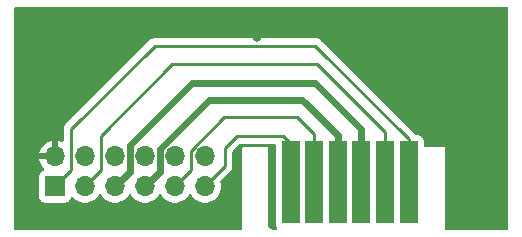
<source format=gbl>
G04 #@! TF.GenerationSoftware,KiCad,Pcbnew,7.0.7*
G04 #@! TF.CreationDate,2024-03-03T16:13:36-05:00*
G04 #@! TF.ProjectId,Gamecube_SP1,47616d65-6375-4626-955f-5350312e6b69,rev?*
G04 #@! TF.SameCoordinates,Original*
G04 #@! TF.FileFunction,Copper,L2,Bot*
G04 #@! TF.FilePolarity,Positive*
%FSLAX46Y46*%
G04 Gerber Fmt 4.6, Leading zero omitted, Abs format (unit mm)*
G04 Created by KiCad (PCBNEW 7.0.7) date 2024-03-03 16:13:36*
%MOMM*%
%LPD*%
G01*
G04 APERTURE LIST*
G04 #@! TA.AperFunction,ComponentPad*
%ADD10R,1.700000X1.700000*%
G04 #@! TD*
G04 #@! TA.AperFunction,ComponentPad*
%ADD11O,1.700000X1.700000*%
G04 #@! TD*
G04 #@! TA.AperFunction,SMDPad,CuDef*
%ADD12R,1.500000X7.000000*%
G04 #@! TD*
G04 #@! TA.AperFunction,ViaPad*
%ADD13C,0.800000*%
G04 #@! TD*
G04 #@! TA.AperFunction,Conductor*
%ADD14C,0.600000*%
G04 #@! TD*
G04 #@! TA.AperFunction,Conductor*
%ADD15C,0.250000*%
G04 #@! TD*
G04 APERTURE END LIST*
D10*
X72111319Y-116251337D03*
D11*
X72111319Y-113711337D03*
X74651319Y-116251337D03*
X74651319Y-113711337D03*
X77191319Y-116251337D03*
X77191319Y-113711337D03*
X79731319Y-116251337D03*
X79731319Y-113711337D03*
X82271319Y-116251337D03*
X82271319Y-113711337D03*
X84811319Y-116251337D03*
X84811319Y-113711337D03*
D12*
X102064286Y-115900000D03*
X100064286Y-115900000D03*
X98064286Y-115900000D03*
X96064286Y-115900000D03*
X94064286Y-115900000D03*
X92064286Y-115900000D03*
D13*
X96314286Y-102313640D03*
X82880000Y-118400000D03*
X76200000Y-106680000D03*
X108400000Y-110290800D03*
X71120000Y-106680000D03*
X108400000Y-102600000D03*
X71120000Y-119380000D03*
X102020000Y-102700000D03*
X76500000Y-102700000D03*
X99060000Y-106680000D03*
X89200000Y-103599500D03*
X101600000Y-106680000D03*
X71120000Y-109220000D03*
X76500000Y-118400000D03*
X108400000Y-117500000D03*
X71120000Y-104140000D03*
X82880000Y-102700000D03*
X104140000Y-110390800D03*
D14*
X78450312Y-114992344D02*
X78450312Y-112706717D01*
X83688830Y-107468199D02*
X94117586Y-107468199D01*
X94117586Y-107468199D02*
X98064286Y-111414899D01*
X98064286Y-111414899D02*
X98064286Y-115900000D01*
X77191319Y-116251337D02*
X78450312Y-114992344D01*
X78450312Y-112706717D02*
X83688830Y-107468199D01*
X85135498Y-108899500D02*
X93067635Y-108899500D01*
X79731319Y-116251337D02*
X80990312Y-114992344D01*
X93067635Y-108899500D02*
X96064286Y-111896151D01*
X80990312Y-114992344D02*
X80990312Y-113044686D01*
X96064286Y-111896151D02*
X96064286Y-115900000D01*
X80990312Y-113044686D02*
X85135498Y-108899500D01*
D15*
X73476319Y-111394925D02*
X80546744Y-104324500D01*
X72111319Y-116251337D02*
X73476319Y-114886337D01*
X73476319Y-114886337D02*
X73476319Y-111394925D01*
X102064286Y-112224286D02*
X102064286Y-115900000D01*
X80546744Y-104324500D02*
X94164500Y-104324500D01*
X94164500Y-104324500D02*
X102064286Y-112224286D01*
X82060500Y-105899500D02*
X94316387Y-105899500D01*
X94316387Y-105899500D02*
X100064286Y-111647399D01*
X100064286Y-111647399D02*
X100064286Y-115900000D01*
X76016319Y-114886337D02*
X76016319Y-111943681D01*
X76016319Y-111943681D02*
X82060500Y-105899500D01*
X74651319Y-116251337D02*
X76016319Y-114886337D01*
X83636319Y-114886337D02*
X83636319Y-113224636D01*
X83636319Y-113224636D02*
X86461455Y-110399500D01*
X92619500Y-110399500D02*
X94064286Y-111844286D01*
X94064286Y-111844286D02*
X94064286Y-115900000D01*
X86461455Y-110399500D02*
X92619500Y-110399500D01*
X82271319Y-116251337D02*
X83636319Y-114886337D01*
X92064286Y-115900000D02*
X92064286Y-112664286D01*
X92064286Y-112664286D02*
X91400000Y-112000000D01*
X86500000Y-114530286D02*
X84780286Y-116250000D01*
X87500000Y-112000000D02*
X86500000Y-113000000D01*
X86500000Y-113000000D02*
X86500000Y-114530286D01*
X91400000Y-112000000D02*
X87500000Y-112000000D01*
G04 #@! TA.AperFunction,Conductor*
G36*
X110430907Y-101095502D02*
G01*
X110477400Y-101149158D01*
X110488786Y-101201500D01*
X110488786Y-119798500D01*
X110468784Y-119866621D01*
X110415128Y-119913114D01*
X110362786Y-119924500D01*
X105265786Y-119924500D01*
X105197665Y-119904498D01*
X105151172Y-119850842D01*
X105139786Y-119798500D01*
X105139786Y-113045529D01*
X105141700Y-113023648D01*
X105143408Y-113013955D01*
X105143410Y-113013952D01*
X105141700Y-113004253D01*
X105140535Y-112990940D01*
X105139786Y-112986692D01*
X105139786Y-112986688D01*
X105139784Y-112986683D01*
X105139034Y-112982428D01*
X105135576Y-112969522D01*
X105133867Y-112959829D01*
X105133867Y-112959828D01*
X105133865Y-112959827D01*
X105130348Y-112953735D01*
X105125835Y-112948355D01*
X105117302Y-112943429D01*
X105099311Y-112930831D01*
X105091765Y-112924499D01*
X105085167Y-112922097D01*
X105078238Y-112920875D01*
X105068540Y-112922586D01*
X105046661Y-112924500D01*
X103448786Y-112924500D01*
X103380665Y-112904498D01*
X103334172Y-112850842D01*
X103322786Y-112798500D01*
X103322786Y-112351367D01*
X103322785Y-112351350D01*
X103316276Y-112290803D01*
X103316274Y-112290795D01*
X103287210Y-112212875D01*
X103265175Y-112153796D01*
X103265174Y-112153794D01*
X103265173Y-112153792D01*
X103177547Y-112036738D01*
X103060493Y-111949112D01*
X103060488Y-111949110D01*
X102923490Y-111898011D01*
X102923482Y-111898009D01*
X102862935Y-111891500D01*
X102862924Y-111891500D01*
X102675339Y-111891500D01*
X102607218Y-111871498D01*
X102575059Y-111838123D01*
X102573687Y-111839188D01*
X102568829Y-111832925D01*
X102568828Y-111832924D01*
X102554500Y-111818596D01*
X102541670Y-111803575D01*
X102529758Y-111787179D01*
X102529755Y-111787177D01*
X102529755Y-111787176D01*
X102493393Y-111757094D01*
X102489012Y-111753108D01*
X94671744Y-103935839D01*
X94661779Y-103923401D01*
X94661552Y-103923590D01*
X94656501Y-103917484D01*
X94656500Y-103917482D01*
X94605421Y-103869516D01*
X94594930Y-103859025D01*
X94584277Y-103848371D01*
X94584272Y-103848366D01*
X94578725Y-103844063D01*
X94574217Y-103840212D01*
X94539825Y-103807917D01*
X94539819Y-103807913D01*
X94522063Y-103798151D01*
X94505547Y-103787302D01*
X94489541Y-103774886D01*
X94458789Y-103761578D01*
X94446240Y-103756148D01*
X94440908Y-103753536D01*
X94399561Y-103730805D01*
X94379936Y-103725766D01*
X94361236Y-103719364D01*
X94342645Y-103711319D01*
X94342643Y-103711318D01*
X94342642Y-103711318D01*
X94296042Y-103703937D01*
X94290229Y-103702733D01*
X94244530Y-103691000D01*
X94224276Y-103691000D01*
X94204566Y-103689449D01*
X94184557Y-103686280D01*
X94184556Y-103686280D01*
X94137583Y-103690720D01*
X94131650Y-103691000D01*
X80630597Y-103691000D01*
X80614755Y-103689250D01*
X80614728Y-103689544D01*
X80606835Y-103688797D01*
X80536772Y-103691000D01*
X80506888Y-103691000D01*
X80506884Y-103691000D01*
X80506873Y-103691001D01*
X80499934Y-103691877D01*
X80494021Y-103692343D01*
X80446858Y-103693825D01*
X80446851Y-103693827D01*
X80427393Y-103699479D01*
X80408048Y-103703485D01*
X80387950Y-103706025D01*
X80387941Y-103706027D01*
X80344075Y-103723394D01*
X80338460Y-103725317D01*
X80293152Y-103738481D01*
X80275708Y-103748797D01*
X80257962Y-103757490D01*
X80239126Y-103764948D01*
X80200953Y-103792681D01*
X80195992Y-103795940D01*
X80155382Y-103819958D01*
X80141055Y-103834284D01*
X80126029Y-103847117D01*
X80109639Y-103859025D01*
X80109637Y-103859027D01*
X80079552Y-103895392D01*
X80075556Y-103899783D01*
X73087655Y-110887682D01*
X73075220Y-110897646D01*
X73075408Y-110897873D01*
X73069299Y-110902926D01*
X73021335Y-110954003D01*
X73000185Y-110975152D01*
X72995879Y-110980702D01*
X72992033Y-110985204D01*
X72959736Y-111019599D01*
X72959730Y-111019608D01*
X72949970Y-111037360D01*
X72939122Y-111053875D01*
X72926705Y-111069883D01*
X72907964Y-111113189D01*
X72905353Y-111118519D01*
X72882624Y-111159864D01*
X72882622Y-111159869D01*
X72877586Y-111179484D01*
X72871183Y-111198187D01*
X72863138Y-111216777D01*
X72855756Y-111263381D01*
X72854552Y-111269193D01*
X72842819Y-111314893D01*
X72842819Y-111335148D01*
X72841268Y-111354858D01*
X72838099Y-111374867D01*
X72838099Y-111374868D01*
X72842539Y-111421842D01*
X72842819Y-111427775D01*
X72842819Y-112351644D01*
X72822817Y-112419765D01*
X72769161Y-112466258D01*
X72698887Y-112476362D01*
X72663806Y-112464763D01*
X72663462Y-112465548D01*
X72658688Y-112463453D01*
X72445831Y-112390380D01*
X72445820Y-112390377D01*
X72365319Y-112376943D01*
X72365319Y-113097303D01*
X72345317Y-113165424D01*
X72291661Y-113211917D01*
X72221388Y-113222020D01*
X72221387Y-113222020D01*
X72147087Y-113211337D01*
X72147082Y-113211337D01*
X72075556Y-113211337D01*
X72075550Y-113211337D01*
X72001251Y-113222020D01*
X71930977Y-113211917D01*
X71877321Y-113165424D01*
X71857319Y-113097303D01*
X71857319Y-112376944D01*
X71857318Y-112376943D01*
X71776817Y-112390377D01*
X71776806Y-112390380D01*
X71563949Y-112463453D01*
X71563947Y-112463454D01*
X71366018Y-112570568D01*
X71366017Y-112570569D01*
X71188416Y-112708802D01*
X71035993Y-112874378D01*
X70912899Y-113062788D01*
X70822498Y-113268880D01*
X70822495Y-113268887D01*
X70774774Y-113457336D01*
X70774775Y-113457337D01*
X71496475Y-113457337D01*
X71564596Y-113477339D01*
X71611089Y-113530995D01*
X71621193Y-113601269D01*
X71617372Y-113618833D01*
X71611319Y-113639448D01*
X71611319Y-113783225D01*
X71617372Y-113803841D01*
X71617371Y-113874837D01*
X71578986Y-113934563D01*
X71514405Y-113964055D01*
X71496475Y-113965337D01*
X70774774Y-113965337D01*
X70822495Y-114153786D01*
X70822498Y-114153793D01*
X70912899Y-114359885D01*
X71035993Y-114548295D01*
X71179300Y-114703969D01*
X71210720Y-114767634D01*
X71202733Y-114838180D01*
X71157874Y-114893209D01*
X71130632Y-114907361D01*
X71015114Y-114950448D01*
X71015111Y-114950449D01*
X70898057Y-115038075D01*
X70810431Y-115155129D01*
X70810429Y-115155134D01*
X70759330Y-115292132D01*
X70759328Y-115292140D01*
X70752819Y-115352687D01*
X70752819Y-117149986D01*
X70759328Y-117210533D01*
X70759330Y-117210541D01*
X70810429Y-117347539D01*
X70810431Y-117347544D01*
X70898057Y-117464598D01*
X71015111Y-117552224D01*
X71015113Y-117552225D01*
X71015115Y-117552226D01*
X71070219Y-117572779D01*
X71152114Y-117603325D01*
X71152122Y-117603327D01*
X71212669Y-117609836D01*
X71212674Y-117609836D01*
X71212681Y-117609837D01*
X71212687Y-117609837D01*
X73009951Y-117609837D01*
X73009957Y-117609837D01*
X73009964Y-117609836D01*
X73009968Y-117609836D01*
X73070515Y-117603327D01*
X73070518Y-117603326D01*
X73070520Y-117603326D01*
X73207523Y-117552226D01*
X73277718Y-117499679D01*
X73324580Y-117464598D01*
X73412205Y-117347545D01*
X73412204Y-117347545D01*
X73412208Y-117347541D01*
X73456318Y-117229276D01*
X73498864Y-117172444D01*
X73565385Y-117147633D01*
X73634759Y-117162725D01*
X73667072Y-117187972D01*
X73687848Y-117210541D01*
X73728081Y-117254245D01*
X73782650Y-117296718D01*
X73905743Y-117392526D01*
X74103745Y-117499679D01*
X74103746Y-117499679D01*
X74103747Y-117499680D01*
X74215546Y-117538060D01*
X74316684Y-117572781D01*
X74538750Y-117609837D01*
X74538754Y-117609837D01*
X74763884Y-117609837D01*
X74763888Y-117609837D01*
X74985954Y-117572781D01*
X75198893Y-117499679D01*
X75396895Y-117392526D01*
X75574559Y-117254243D01*
X75727041Y-117088605D01*
X75815837Y-116952691D01*
X75869839Y-116906605D01*
X75940187Y-116897029D01*
X76004544Y-116927006D01*
X76026799Y-116952690D01*
X76059926Y-117003395D01*
X76115594Y-117088602D01*
X76115598Y-117088607D01*
X76268081Y-117254245D01*
X76322650Y-117296718D01*
X76445743Y-117392526D01*
X76643745Y-117499679D01*
X76643746Y-117499679D01*
X76643747Y-117499680D01*
X76755546Y-117538060D01*
X76856684Y-117572781D01*
X77078750Y-117609837D01*
X77078754Y-117609837D01*
X77303884Y-117609837D01*
X77303888Y-117609837D01*
X77525954Y-117572781D01*
X77738893Y-117499679D01*
X77936895Y-117392526D01*
X78114559Y-117254243D01*
X78267041Y-117088605D01*
X78355838Y-116952690D01*
X78409837Y-116906605D01*
X78480185Y-116897029D01*
X78544543Y-116927005D01*
X78566801Y-116952693D01*
X78655594Y-117088602D01*
X78655598Y-117088607D01*
X78808081Y-117254245D01*
X78862650Y-117296718D01*
X78985743Y-117392526D01*
X79183745Y-117499679D01*
X79183746Y-117499679D01*
X79183747Y-117499680D01*
X79295546Y-117538060D01*
X79396684Y-117572781D01*
X79618750Y-117609837D01*
X79618754Y-117609837D01*
X79843884Y-117609837D01*
X79843888Y-117609837D01*
X80065954Y-117572781D01*
X80278893Y-117499679D01*
X80476895Y-117392526D01*
X80654559Y-117254243D01*
X80807041Y-117088605D01*
X80895837Y-116952691D01*
X80949839Y-116906605D01*
X81020187Y-116897029D01*
X81084544Y-116927006D01*
X81106799Y-116952690D01*
X81139926Y-117003395D01*
X81195594Y-117088602D01*
X81195598Y-117088607D01*
X81348081Y-117254245D01*
X81402650Y-117296718D01*
X81525743Y-117392526D01*
X81723745Y-117499679D01*
X81723746Y-117499679D01*
X81723747Y-117499680D01*
X81835546Y-117538060D01*
X81936684Y-117572781D01*
X82158750Y-117609837D01*
X82158754Y-117609837D01*
X82383884Y-117609837D01*
X82383888Y-117609837D01*
X82605954Y-117572781D01*
X82818893Y-117499679D01*
X83016895Y-117392526D01*
X83194559Y-117254243D01*
X83347041Y-117088605D01*
X83435837Y-116952691D01*
X83489839Y-116906605D01*
X83560187Y-116897029D01*
X83624544Y-116927006D01*
X83646799Y-116952690D01*
X83679926Y-117003395D01*
X83735594Y-117088602D01*
X83735598Y-117088607D01*
X83888081Y-117254245D01*
X83942650Y-117296718D01*
X84065743Y-117392526D01*
X84263745Y-117499679D01*
X84263746Y-117499679D01*
X84263747Y-117499680D01*
X84375546Y-117538060D01*
X84476684Y-117572781D01*
X84698750Y-117609837D01*
X84698754Y-117609837D01*
X84923884Y-117609837D01*
X84923888Y-117609837D01*
X85145954Y-117572781D01*
X85358893Y-117499679D01*
X85556895Y-117392526D01*
X85734559Y-117254243D01*
X85887041Y-117088605D01*
X86010179Y-116900128D01*
X86100615Y-116693953D01*
X86155883Y-116475705D01*
X86174475Y-116251337D01*
X86155883Y-116026969D01*
X86155882Y-116026964D01*
X86155881Y-116026959D01*
X86121595Y-115891572D01*
X86124262Y-115820626D01*
X86154642Y-115771546D01*
X86888662Y-115037527D01*
X86901098Y-115027567D01*
X86900910Y-115027339D01*
X86907013Y-115022288D01*
X86907018Y-115022286D01*
X86954984Y-114971206D01*
X86976135Y-114950056D01*
X86980445Y-114944498D01*
X86984274Y-114940015D01*
X87016586Y-114905607D01*
X87026346Y-114887851D01*
X87037195Y-114871336D01*
X87049614Y-114855327D01*
X87068363Y-114811996D01*
X87070953Y-114806709D01*
X87093695Y-114765346D01*
X87098733Y-114745720D01*
X87105137Y-114727018D01*
X87113180Y-114708433D01*
X87113179Y-114708433D01*
X87113181Y-114708431D01*
X87120561Y-114661833D01*
X87121762Y-114656026D01*
X87133500Y-114610316D01*
X87133500Y-114590061D01*
X87135051Y-114570349D01*
X87138220Y-114550343D01*
X87135629Y-114522937D01*
X87133780Y-114503366D01*
X87133500Y-114497434D01*
X87133500Y-113314594D01*
X87153502Y-113246473D01*
X87170405Y-113225498D01*
X87725500Y-112670404D01*
X87787812Y-112636379D01*
X87814595Y-112633500D01*
X90679786Y-112633500D01*
X90747907Y-112653502D01*
X90794400Y-112707158D01*
X90805786Y-112759500D01*
X90805786Y-119448649D01*
X90812295Y-119509196D01*
X90812297Y-119509204D01*
X90863396Y-119646202D01*
X90863398Y-119646207D01*
X90920879Y-119722991D01*
X90945690Y-119789511D01*
X90930599Y-119858885D01*
X90880397Y-119909087D01*
X90820011Y-119924500D01*
X90667827Y-119924500D01*
X90660766Y-119924103D01*
X90561687Y-119912937D01*
X90534180Y-119906658D01*
X90450117Y-119877241D01*
X90424698Y-119865000D01*
X90349292Y-119817617D01*
X90327235Y-119800027D01*
X90264265Y-119737055D01*
X90246674Y-119714996D01*
X90199292Y-119639587D01*
X90187051Y-119614171D01*
X90157636Y-119530104D01*
X90151360Y-119502603D01*
X90140182Y-119403391D01*
X90139786Y-119396332D01*
X90139786Y-113045529D01*
X90141700Y-113023648D01*
X90143408Y-113013955D01*
X90143410Y-113013952D01*
X90141700Y-113004253D01*
X90140535Y-112990940D01*
X90139786Y-112986692D01*
X90139786Y-112986688D01*
X90139784Y-112986683D01*
X90139034Y-112982428D01*
X90135576Y-112969522D01*
X90133867Y-112959829D01*
X90133867Y-112959828D01*
X90133865Y-112959827D01*
X90130348Y-112953735D01*
X90125835Y-112948355D01*
X90117302Y-112943429D01*
X90099311Y-112930831D01*
X90091765Y-112924499D01*
X90085167Y-112922097D01*
X90078238Y-112920875D01*
X90068540Y-112922586D01*
X90046661Y-112924500D01*
X88109816Y-112924500D01*
X88087936Y-112922586D01*
X88078238Y-112920875D01*
X88068540Y-112922586D01*
X88055224Y-112923750D01*
X88046739Y-112925246D01*
X88033825Y-112928706D01*
X88024113Y-112930419D01*
X88018023Y-112933934D01*
X88012640Y-112938452D01*
X88007712Y-112946987D01*
X87995121Y-112964969D01*
X87988785Y-112972519D01*
X87986383Y-112979119D01*
X87985162Y-112986048D01*
X87986872Y-112995746D01*
X87988786Y-113017624D01*
X87988786Y-119798500D01*
X87968784Y-119866621D01*
X87915128Y-119913114D01*
X87862786Y-119924500D01*
X68765786Y-119924500D01*
X68697665Y-119904498D01*
X68651172Y-119850842D01*
X68639786Y-119798500D01*
X68639786Y-101201500D01*
X68659788Y-101133379D01*
X68713444Y-101086886D01*
X68765786Y-101075500D01*
X110362786Y-101075500D01*
X110430907Y-101095502D01*
G37*
G04 #@! TD.AperFunction*
M02*

</source>
